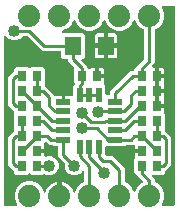
<source format=gbr>
G04 EAGLE Gerber RS-274X export*
G75*
%MOMM*%
%FSLAX34Y34*%
%LPD*%
%INTop Copper*%
%IPPOS*%
%AMOC8*
5,1,8,0,0,1.08239X$1,22.5*%
G01*
%ADD10R,0.700000X0.900000*%
%ADD11R,1.400000X1.600000*%
%ADD12R,1.300000X0.500000*%
%ADD13R,0.500000X1.300000*%
%ADD14C,1.879600*%
%ADD15C,0.254000*%
%ADD16C,1.016000*%

G36*
X14099Y4081D02*
X14099Y4081D01*
X14213Y4091D01*
X14239Y4101D01*
X14267Y4105D01*
X14372Y4152D01*
X14479Y4193D01*
X14501Y4209D01*
X14526Y4221D01*
X14614Y4295D01*
X14705Y4364D01*
X14722Y4387D01*
X14743Y4404D01*
X14807Y4500D01*
X14876Y4592D01*
X14885Y4618D01*
X14901Y4641D01*
X14935Y4751D01*
X14976Y4858D01*
X14978Y4886D01*
X14986Y4912D01*
X14989Y5027D01*
X14999Y5141D01*
X14993Y5166D01*
X14994Y5196D01*
X14927Y5453D01*
X14923Y5469D01*
X12953Y10224D01*
X12953Y15176D01*
X14848Y19751D01*
X18349Y23252D01*
X22924Y25147D01*
X27876Y25147D01*
X32451Y23252D01*
X35952Y19751D01*
X37469Y16089D01*
X37504Y16029D01*
X37530Y15965D01*
X37576Y15907D01*
X37613Y15844D01*
X37663Y15796D01*
X37706Y15742D01*
X37766Y15699D01*
X37820Y15649D01*
X37881Y15617D01*
X37938Y15577D01*
X38007Y15552D01*
X38073Y15518D01*
X38140Y15505D01*
X38206Y15482D01*
X38279Y15478D01*
X38352Y15463D01*
X38420Y15469D01*
X38489Y15465D01*
X38561Y15481D01*
X38635Y15488D01*
X38699Y15513D01*
X38767Y15528D01*
X38831Y15563D01*
X38900Y15590D01*
X38955Y15631D01*
X39016Y15665D01*
X39068Y15717D01*
X39127Y15761D01*
X39168Y15817D01*
X39217Y15866D01*
X39246Y15921D01*
X39297Y15989D01*
X39338Y16097D01*
X39372Y16163D01*
X39736Y17283D01*
X40589Y18957D01*
X41694Y20478D01*
X43022Y21806D01*
X44543Y22911D01*
X46217Y23764D01*
X48004Y24345D01*
X48769Y24466D01*
X48769Y13716D01*
X48777Y13658D01*
X48775Y13600D01*
X48797Y13518D01*
X48809Y13435D01*
X48833Y13381D01*
X48847Y13325D01*
X48890Y13252D01*
X48925Y13175D01*
X48963Y13131D01*
X48993Y13080D01*
X49054Y13023D01*
X49109Y12958D01*
X49157Y12926D01*
X49200Y12886D01*
X49275Y12847D01*
X49345Y12801D01*
X49401Y12783D01*
X49453Y12756D01*
X49521Y12745D01*
X49616Y12715D01*
X49716Y12712D01*
X49784Y12701D01*
X51816Y12701D01*
X51874Y12709D01*
X51932Y12708D01*
X52014Y12729D01*
X52097Y12741D01*
X52151Y12765D01*
X52207Y12779D01*
X52280Y12822D01*
X52357Y12857D01*
X52402Y12895D01*
X52452Y12925D01*
X52510Y12986D01*
X52574Y13041D01*
X52606Y13089D01*
X52646Y13132D01*
X52685Y13207D01*
X52731Y13277D01*
X52749Y13333D01*
X52776Y13385D01*
X52787Y13453D01*
X52817Y13548D01*
X52820Y13648D01*
X52831Y13716D01*
X52831Y24466D01*
X53596Y24345D01*
X55383Y23764D01*
X57057Y22911D01*
X58578Y21806D01*
X59906Y20478D01*
X61011Y18957D01*
X61864Y17283D01*
X62228Y16163D01*
X62258Y16101D01*
X62279Y16035D01*
X62320Y15974D01*
X62353Y15908D01*
X62399Y15857D01*
X62438Y15799D01*
X62494Y15752D01*
X62543Y15697D01*
X62602Y15661D01*
X62655Y15616D01*
X62722Y15586D01*
X62785Y15547D01*
X62852Y15529D01*
X62915Y15501D01*
X62988Y15491D01*
X63059Y15471D01*
X63128Y15471D01*
X63197Y15462D01*
X63269Y15472D01*
X63343Y15473D01*
X63410Y15493D01*
X63478Y15502D01*
X63545Y15533D01*
X63616Y15554D01*
X63674Y15591D01*
X63737Y15620D01*
X63793Y15667D01*
X63855Y15707D01*
X63901Y15759D01*
X63953Y15804D01*
X63986Y15857D01*
X64043Y15921D01*
X64092Y16025D01*
X64131Y16089D01*
X65648Y19751D01*
X69149Y23252D01*
X71255Y24124D01*
X71256Y24125D01*
X71257Y24125D01*
X71376Y24195D01*
X71499Y24268D01*
X71500Y24269D01*
X71502Y24270D01*
X71599Y24374D01*
X71695Y24475D01*
X71695Y24476D01*
X71696Y24478D01*
X71761Y24603D01*
X71825Y24728D01*
X71825Y24729D01*
X71826Y24731D01*
X71828Y24746D01*
X71880Y25007D01*
X71877Y25037D01*
X71881Y25062D01*
X71881Y32534D01*
X71877Y32564D01*
X71880Y32593D01*
X71857Y32704D01*
X71841Y32816D01*
X71829Y32843D01*
X71824Y32872D01*
X71771Y32972D01*
X71725Y33075D01*
X71706Y33098D01*
X71693Y33124D01*
X71615Y33206D01*
X71542Y33292D01*
X71517Y33309D01*
X71497Y33330D01*
X71399Y33387D01*
X71305Y33450D01*
X71277Y33459D01*
X71252Y33474D01*
X71142Y33501D01*
X71034Y33536D01*
X71004Y33537D01*
X70976Y33544D01*
X70863Y33540D01*
X70750Y33543D01*
X70721Y33536D01*
X70692Y33535D01*
X70584Y33500D01*
X70475Y33471D01*
X70449Y33456D01*
X70421Y33447D01*
X70358Y33402D01*
X70230Y33326D01*
X70187Y33280D01*
X70148Y33252D01*
X68105Y31209D01*
X65117Y29971D01*
X61883Y29971D01*
X58895Y31209D01*
X56609Y33495D01*
X55371Y36483D01*
X55371Y39701D01*
X55359Y39787D01*
X55356Y39875D01*
X55339Y39927D01*
X55331Y39982D01*
X55296Y40062D01*
X55269Y40145D01*
X55241Y40184D01*
X55215Y40241D01*
X55119Y40355D01*
X55074Y40418D01*
X49881Y45611D01*
X49881Y53636D01*
X49873Y53694D01*
X49875Y53752D01*
X49853Y53834D01*
X49841Y53918D01*
X49818Y53971D01*
X49803Y54027D01*
X49760Y54100D01*
X49725Y54177D01*
X49687Y54222D01*
X49658Y54272D01*
X49596Y54330D01*
X49542Y54394D01*
X49493Y54426D01*
X49450Y54466D01*
X49375Y54505D01*
X49305Y54552D01*
X49249Y54569D01*
X49197Y54596D01*
X49129Y54607D01*
X49034Y54637D01*
X48934Y54640D01*
X48866Y54651D01*
X46437Y54651D01*
X45505Y55584D01*
X45435Y55636D01*
X45371Y55696D01*
X45321Y55722D01*
X45277Y55755D01*
X45196Y55786D01*
X45118Y55826D01*
X45070Y55834D01*
X45012Y55856D01*
X44864Y55868D01*
X44787Y55881D01*
X42151Y55881D01*
X40090Y57943D01*
X40043Y57978D01*
X40003Y58020D01*
X39930Y58063D01*
X39863Y58113D01*
X39808Y58134D01*
X39758Y58164D01*
X39676Y58185D01*
X39597Y58215D01*
X39539Y58219D01*
X39482Y58234D01*
X39398Y58231D01*
X39314Y58238D01*
X39256Y58227D01*
X39198Y58225D01*
X39118Y58199D01*
X39035Y58182D01*
X38983Y58155D01*
X38927Y58137D01*
X38871Y58097D01*
X38783Y58051D01*
X38710Y57983D01*
X38654Y57943D01*
X38018Y57307D01*
X37971Y57244D01*
X37917Y57189D01*
X37886Y57131D01*
X37847Y57079D01*
X37820Y57007D01*
X37783Y56938D01*
X37769Y56875D01*
X37746Y56814D01*
X37740Y56736D01*
X37723Y56660D01*
X37729Y56605D01*
X37723Y56531D01*
X37748Y56404D01*
X37755Y56326D01*
X37941Y55634D01*
X37941Y52549D01*
X32634Y52549D01*
X32576Y52541D01*
X32518Y52543D01*
X32436Y52521D01*
X32353Y52509D01*
X32299Y52486D01*
X32243Y52471D01*
X32170Y52428D01*
X32093Y52393D01*
X32049Y52355D01*
X31998Y52326D01*
X31941Y52264D01*
X31876Y52210D01*
X31844Y52161D01*
X31804Y52118D01*
X31765Y52043D01*
X31719Y51973D01*
X31701Y51917D01*
X31674Y51865D01*
X31663Y51797D01*
X31633Y51702D01*
X31630Y51602D01*
X31619Y51534D01*
X31619Y50066D01*
X31627Y50008D01*
X31626Y49950D01*
X31647Y49868D01*
X31659Y49784D01*
X31683Y49731D01*
X31697Y49675D01*
X31741Y49602D01*
X31775Y49525D01*
X31813Y49480D01*
X31843Y49430D01*
X31904Y49372D01*
X31959Y49308D01*
X32007Y49276D01*
X32050Y49236D01*
X32125Y49197D01*
X32195Y49150D01*
X32251Y49133D01*
X32303Y49106D01*
X32371Y49095D01*
X32466Y49065D01*
X32566Y49062D01*
X32634Y49051D01*
X37941Y49051D01*
X37941Y46774D01*
X37957Y46660D01*
X37967Y46546D01*
X37977Y46520D01*
X37981Y46492D01*
X38028Y46387D01*
X38069Y46280D01*
X38085Y46258D01*
X38097Y46233D01*
X38171Y46145D01*
X38240Y46054D01*
X38263Y46037D01*
X38280Y46016D01*
X38376Y45952D01*
X38468Y45883D01*
X38494Y45874D01*
X38517Y45858D01*
X38627Y45824D01*
X38734Y45783D01*
X38762Y45781D01*
X38788Y45772D01*
X38903Y45770D01*
X39017Y45760D01*
X39042Y45766D01*
X39072Y45765D01*
X39329Y45832D01*
X39345Y45836D01*
X40293Y46229D01*
X43527Y46229D01*
X46515Y44991D01*
X48801Y42705D01*
X50039Y39717D01*
X50039Y36483D01*
X48801Y33495D01*
X46515Y31209D01*
X43527Y29971D01*
X40293Y29971D01*
X37943Y30945D01*
X37941Y30945D01*
X37940Y30946D01*
X37806Y30980D01*
X37667Y31016D01*
X37666Y31016D01*
X37664Y31016D01*
X37524Y31012D01*
X37383Y31008D01*
X37382Y31007D01*
X37380Y31007D01*
X37247Y30964D01*
X37112Y30921D01*
X37111Y30920D01*
X37110Y30920D01*
X37098Y30911D01*
X36876Y30763D01*
X36857Y30739D01*
X36836Y30725D01*
X36663Y30551D01*
X27137Y30551D01*
X26118Y31571D01*
X26071Y31606D01*
X26031Y31648D01*
X25958Y31691D01*
X25891Y31741D01*
X25836Y31762D01*
X25786Y31792D01*
X25704Y31813D01*
X25625Y31843D01*
X25567Y31848D01*
X25510Y31862D01*
X25426Y31859D01*
X25342Y31866D01*
X25284Y31855D01*
X25226Y31853D01*
X25146Y31827D01*
X25063Y31810D01*
X25011Y31783D01*
X24955Y31765D01*
X24899Y31725D01*
X24811Y31679D01*
X24738Y31611D01*
X24682Y31571D01*
X23663Y30551D01*
X14137Y30551D01*
X12351Y32337D01*
X12351Y33191D01*
X12339Y33277D01*
X12336Y33365D01*
X12319Y33417D01*
X12311Y33472D01*
X12276Y33552D01*
X12249Y33635D01*
X12221Y33674D01*
X12195Y33732D01*
X12099Y33845D01*
X12054Y33908D01*
X9938Y36024D01*
X7111Y38851D01*
X7111Y62749D01*
X9354Y64991D01*
X9354Y64992D01*
X12054Y67691D01*
X12106Y67761D01*
X12166Y67825D01*
X12192Y67874D01*
X12225Y67919D01*
X12256Y68000D01*
X12296Y68078D01*
X12304Y68126D01*
X12326Y68184D01*
X12338Y68332D01*
X12351Y68409D01*
X12351Y69306D01*
X12391Y69359D01*
X12412Y69414D01*
X12442Y69464D01*
X12463Y69546D01*
X12493Y69625D01*
X12498Y69683D01*
X12512Y69740D01*
X12509Y69824D01*
X12516Y69908D01*
X12505Y69966D01*
X12503Y70024D01*
X12477Y70104D01*
X12460Y70187D01*
X12433Y70239D01*
X12415Y70295D01*
X12375Y70351D01*
X12351Y70397D01*
X12351Y82006D01*
X12391Y82059D01*
X12412Y82114D01*
X12442Y82164D01*
X12463Y82246D01*
X12493Y82325D01*
X12498Y82383D01*
X12512Y82440D01*
X12509Y82524D01*
X12516Y82608D01*
X12505Y82666D01*
X12503Y82724D01*
X12477Y82804D01*
X12460Y82887D01*
X12433Y82939D01*
X12415Y82995D01*
X12375Y83051D01*
X12351Y83097D01*
X12351Y83991D01*
X12339Y84077D01*
X12336Y84165D01*
X12319Y84217D01*
X12311Y84272D01*
X12276Y84352D01*
X12249Y84435D01*
X12221Y84474D01*
X12195Y84531D01*
X12099Y84645D01*
X12054Y84708D01*
X7111Y89651D01*
X7111Y113549D01*
X12054Y118492D01*
X12106Y118561D01*
X12166Y118625D01*
X12192Y118675D01*
X12225Y118719D01*
X12256Y118800D01*
X12296Y118878D01*
X12304Y118926D01*
X12326Y118984D01*
X12338Y119132D01*
X12351Y119209D01*
X12351Y120063D01*
X14137Y121849D01*
X23663Y121849D01*
X24682Y120829D01*
X24729Y120794D01*
X24769Y120752D01*
X24842Y120709D01*
X24909Y120659D01*
X24964Y120638D01*
X25014Y120608D01*
X25096Y120587D01*
X25175Y120557D01*
X25233Y120552D01*
X25290Y120538D01*
X25374Y120541D01*
X25458Y120534D01*
X25516Y120545D01*
X25574Y120547D01*
X25654Y120573D01*
X25737Y120590D01*
X25789Y120617D01*
X25845Y120635D01*
X25901Y120675D01*
X25989Y120721D01*
X26062Y120789D01*
X26118Y120829D01*
X27137Y121849D01*
X36663Y121849D01*
X38449Y120063D01*
X38449Y108494D01*
X38409Y108441D01*
X38388Y108386D01*
X38358Y108336D01*
X38337Y108254D01*
X38307Y108175D01*
X38302Y108117D01*
X38288Y108060D01*
X38291Y107976D01*
X38284Y107892D01*
X38295Y107834D01*
X38297Y107776D01*
X38323Y107696D01*
X38340Y107613D01*
X38367Y107561D01*
X38385Y107505D01*
X38425Y107449D01*
X38449Y107403D01*
X38449Y106509D01*
X38461Y106423D01*
X38464Y106335D01*
X38481Y106283D01*
X38489Y106228D01*
X38524Y106148D01*
X38551Y106065D01*
X38579Y106026D01*
X38605Y105969D01*
X38701Y105855D01*
X38746Y105792D01*
X46229Y98309D01*
X46229Y98256D01*
X46237Y98198D01*
X46235Y98140D01*
X46257Y98058D01*
X46269Y97974D01*
X46292Y97921D01*
X46307Y97865D01*
X46350Y97792D01*
X46385Y97715D01*
X46423Y97670D01*
X46452Y97620D01*
X46514Y97562D01*
X46568Y97498D01*
X46617Y97466D01*
X46660Y97426D01*
X46735Y97387D01*
X46805Y97340D01*
X46861Y97323D01*
X46913Y97296D01*
X46981Y97285D01*
X47076Y97255D01*
X47176Y97252D01*
X47244Y97241D01*
X52951Y97241D01*
X52951Y92434D01*
X52959Y92376D01*
X52957Y92318D01*
X52979Y92236D01*
X52991Y92153D01*
X53014Y92099D01*
X53029Y92043D01*
X53072Y91970D01*
X53107Y91893D01*
X53145Y91849D01*
X53174Y91798D01*
X53236Y91741D01*
X53290Y91676D01*
X53339Y91644D01*
X53382Y91604D01*
X53457Y91565D01*
X53527Y91519D01*
X53583Y91501D01*
X53635Y91474D01*
X53703Y91463D01*
X53798Y91433D01*
X53898Y91430D01*
X53966Y91419D01*
X54434Y91419D01*
X54492Y91427D01*
X54550Y91426D01*
X54632Y91447D01*
X54716Y91459D01*
X54769Y91483D01*
X54825Y91497D01*
X54898Y91541D01*
X54975Y91575D01*
X55020Y91613D01*
X55070Y91643D01*
X55128Y91704D01*
X55192Y91759D01*
X55224Y91807D01*
X55264Y91850D01*
X55303Y91925D01*
X55350Y91995D01*
X55367Y92051D01*
X55394Y92103D01*
X55405Y92171D01*
X55435Y92266D01*
X55438Y92366D01*
X55449Y92434D01*
X55449Y97241D01*
X61034Y97241D01*
X61373Y97150D01*
X61422Y97144D01*
X61468Y97129D01*
X61562Y97127D01*
X61655Y97116D01*
X61704Y97123D01*
X61752Y97122D01*
X61843Y97146D01*
X61936Y97161D01*
X61980Y97182D01*
X62027Y97194D01*
X62108Y97242D01*
X62193Y97282D01*
X62230Y97314D01*
X62272Y97339D01*
X62336Y97408D01*
X62407Y97470D01*
X62433Y97511D01*
X62466Y97546D01*
X62509Y97630D01*
X62560Y97709D01*
X62574Y97756D01*
X62596Y97800D01*
X62608Y97873D01*
X62640Y97982D01*
X62641Y98069D01*
X62651Y98131D01*
X62651Y105963D01*
X63471Y106782D01*
X63506Y106829D01*
X63548Y106869D01*
X63591Y106942D01*
X63641Y107009D01*
X63662Y107064D01*
X63692Y107114D01*
X63713Y107196D01*
X63743Y107275D01*
X63748Y107333D01*
X63762Y107390D01*
X63759Y107474D01*
X63766Y107558D01*
X63755Y107616D01*
X63753Y107674D01*
X63727Y107754D01*
X63710Y107837D01*
X63683Y107889D01*
X63665Y107945D01*
X63625Y108001D01*
X63579Y108089D01*
X63511Y108162D01*
X63471Y108218D01*
X63151Y108537D01*
X63151Y120105D01*
X63193Y120161D01*
X63214Y120216D01*
X63244Y120266D01*
X63265Y120348D01*
X63295Y120427D01*
X63299Y120485D01*
X63314Y120542D01*
X63311Y120626D01*
X63318Y120710D01*
X63307Y120768D01*
X63305Y120826D01*
X63279Y120906D01*
X63262Y120989D01*
X63235Y121041D01*
X63217Y121096D01*
X63177Y121153D01*
X63131Y121241D01*
X63063Y121314D01*
X63023Y121370D01*
X57881Y126511D01*
X57881Y127636D01*
X57873Y127694D01*
X57875Y127752D01*
X57853Y127834D01*
X57841Y127918D01*
X57818Y127971D01*
X57803Y128027D01*
X57760Y128100D01*
X57725Y128177D01*
X57687Y128222D01*
X57658Y128272D01*
X57596Y128330D01*
X57542Y128394D01*
X57493Y128426D01*
X57450Y128466D01*
X57375Y128505D01*
X57305Y128552D01*
X57249Y128569D01*
X57197Y128596D01*
X57129Y128607D01*
X57034Y128637D01*
X56934Y128640D01*
X56866Y128651D01*
X53937Y128651D01*
X52151Y130437D01*
X52151Y134366D01*
X52143Y134424D01*
X52145Y134482D01*
X52123Y134564D01*
X52111Y134648D01*
X52088Y134701D01*
X52073Y134757D01*
X52030Y134830D01*
X51995Y134907D01*
X51957Y134952D01*
X51928Y135002D01*
X51866Y135060D01*
X51812Y135124D01*
X51763Y135156D01*
X51720Y135196D01*
X51645Y135235D01*
X51575Y135282D01*
X51519Y135299D01*
X51467Y135326D01*
X51399Y135337D01*
X51304Y135367D01*
X51204Y135370D01*
X51136Y135381D01*
X36311Y135381D01*
X23908Y147784D01*
X23839Y147836D01*
X23775Y147896D01*
X23725Y147922D01*
X23681Y147955D01*
X23600Y147986D01*
X23522Y148026D01*
X23474Y148034D01*
X23416Y148056D01*
X23268Y148068D01*
X23191Y148081D01*
X20298Y148081D01*
X20211Y148069D01*
X20123Y148066D01*
X20071Y148049D01*
X20016Y148041D01*
X19936Y148006D01*
X19853Y147979D01*
X19814Y147951D01*
X19757Y147925D01*
X19643Y147829D01*
X19580Y147784D01*
X17305Y145509D01*
X14317Y144271D01*
X11083Y144271D01*
X8095Y145509D01*
X5798Y147806D01*
X5774Y147824D01*
X5755Y147846D01*
X5661Y147909D01*
X5571Y147977D01*
X5543Y147988D01*
X5519Y148004D01*
X5411Y148038D01*
X5305Y148078D01*
X5276Y148081D01*
X5248Y148090D01*
X5134Y148093D01*
X5022Y148102D01*
X4993Y148096D01*
X4964Y148097D01*
X4854Y148068D01*
X4743Y148046D01*
X4717Y148033D01*
X4689Y148025D01*
X4591Y147967D01*
X4491Y147915D01*
X4469Y147895D01*
X4444Y147880D01*
X4367Y147797D01*
X4285Y147719D01*
X4270Y147694D01*
X4250Y147673D01*
X4198Y147572D01*
X4141Y147474D01*
X4134Y147446D01*
X4120Y147420D01*
X4107Y147342D01*
X4071Y147199D01*
X4073Y147136D01*
X4065Y147088D01*
X4065Y5080D01*
X4073Y5022D01*
X4071Y4964D01*
X4093Y4882D01*
X4105Y4798D01*
X4128Y4745D01*
X4143Y4689D01*
X4186Y4616D01*
X4221Y4539D01*
X4259Y4494D01*
X4288Y4444D01*
X4350Y4386D01*
X4404Y4322D01*
X4453Y4290D01*
X4496Y4250D01*
X4571Y4211D01*
X4641Y4164D01*
X4697Y4147D01*
X4749Y4120D01*
X4817Y4109D01*
X4912Y4079D01*
X5012Y4076D01*
X5080Y4065D01*
X13985Y4065D01*
X14099Y4081D01*
G37*
G36*
X92924Y97757D02*
X92924Y97757D01*
X92982Y97755D01*
X93064Y97777D01*
X93148Y97789D01*
X93201Y97812D01*
X93257Y97827D01*
X93330Y97870D01*
X93407Y97905D01*
X93452Y97943D01*
X93502Y97972D01*
X93560Y98034D01*
X93624Y98088D01*
X93656Y98137D01*
X93696Y98180D01*
X93735Y98255D01*
X93782Y98325D01*
X93799Y98381D01*
X93826Y98433D01*
X93837Y98501D01*
X93867Y98596D01*
X93870Y98696D01*
X93881Y98764D01*
X93881Y101259D01*
X111241Y118619D01*
X112936Y118619D01*
X112994Y118627D01*
X113052Y118625D01*
X113134Y118647D01*
X113218Y118659D01*
X113271Y118682D01*
X113327Y118697D01*
X113400Y118740D01*
X113477Y118775D01*
X113522Y118813D01*
X113572Y118842D01*
X113630Y118904D01*
X113694Y118958D01*
X113726Y119007D01*
X113766Y119050D01*
X113805Y119125D01*
X113852Y119195D01*
X113869Y119251D01*
X113896Y119303D01*
X113907Y119371D01*
X113937Y119466D01*
X113940Y119566D01*
X113951Y119634D01*
X113951Y120063D01*
X116025Y122136D01*
X116038Y122146D01*
X122384Y128492D01*
X122436Y128561D01*
X122496Y128625D01*
X122522Y128675D01*
X122555Y128719D01*
X122586Y128800D01*
X122626Y128878D01*
X122634Y128926D01*
X122656Y128984D01*
X122668Y129132D01*
X122681Y129209D01*
X122681Y152738D01*
X122681Y152740D01*
X122681Y152741D01*
X122661Y152881D01*
X122641Y153020D01*
X122641Y153021D01*
X122641Y153023D01*
X122584Y153149D01*
X122525Y153279D01*
X122524Y153280D01*
X122523Y153282D01*
X122432Y153389D01*
X122342Y153496D01*
X122340Y153497D01*
X122339Y153498D01*
X122326Y153506D01*
X122105Y153654D01*
X122076Y153663D01*
X122055Y153676D01*
X119949Y154548D01*
X116448Y158049D01*
X115238Y160971D01*
X115223Y160996D01*
X115214Y161024D01*
X115151Y161119D01*
X115093Y161216D01*
X115072Y161236D01*
X115056Y161261D01*
X114969Y161333D01*
X114887Y161411D01*
X114861Y161425D01*
X114838Y161443D01*
X114735Y161489D01*
X114634Y161541D01*
X114605Y161547D01*
X114578Y161559D01*
X114466Y161575D01*
X114355Y161596D01*
X114326Y161594D01*
X114297Y161598D01*
X114185Y161582D01*
X114072Y161572D01*
X114045Y161561D01*
X114016Y161557D01*
X113912Y161511D01*
X113807Y161470D01*
X113783Y161452D01*
X113756Y161440D01*
X113670Y161367D01*
X113580Y161298D01*
X113562Y161275D01*
X113540Y161256D01*
X113498Y161189D01*
X113410Y161071D01*
X113388Y161012D01*
X113362Y160971D01*
X112152Y158049D01*
X108651Y154548D01*
X104076Y152653D01*
X99124Y152653D01*
X94549Y154548D01*
X91048Y158049D01*
X89838Y160971D01*
X89823Y160996D01*
X89814Y161024D01*
X89751Y161119D01*
X89693Y161216D01*
X89672Y161236D01*
X89656Y161261D01*
X89569Y161333D01*
X89487Y161411D01*
X89461Y161425D01*
X89438Y161443D01*
X89335Y161489D01*
X89234Y161541D01*
X89205Y161547D01*
X89178Y161559D01*
X89066Y161575D01*
X88955Y161596D01*
X88926Y161594D01*
X88897Y161598D01*
X88785Y161582D01*
X88672Y161572D01*
X88645Y161561D01*
X88616Y161557D01*
X88512Y161511D01*
X88407Y161470D01*
X88383Y161452D01*
X88356Y161440D01*
X88270Y161367D01*
X88180Y161298D01*
X88162Y161275D01*
X88140Y161256D01*
X88098Y161189D01*
X88010Y161071D01*
X87988Y161012D01*
X87962Y160971D01*
X86752Y158049D01*
X83251Y154548D01*
X78676Y152653D01*
X73724Y152653D01*
X69149Y154548D01*
X65648Y158049D01*
X64438Y160971D01*
X64423Y160996D01*
X64414Y161024D01*
X64351Y161119D01*
X64293Y161216D01*
X64272Y161236D01*
X64256Y161261D01*
X64169Y161333D01*
X64087Y161411D01*
X64061Y161425D01*
X64038Y161443D01*
X63935Y161489D01*
X63834Y161541D01*
X63805Y161547D01*
X63778Y161559D01*
X63666Y161575D01*
X63555Y161596D01*
X63526Y161594D01*
X63497Y161598D01*
X63385Y161582D01*
X63272Y161572D01*
X63245Y161561D01*
X63216Y161557D01*
X63112Y161511D01*
X63007Y161470D01*
X62983Y161452D01*
X62956Y161440D01*
X62870Y161367D01*
X62780Y161298D01*
X62762Y161275D01*
X62740Y161256D01*
X62698Y161189D01*
X62610Y161071D01*
X62588Y161012D01*
X62562Y160971D01*
X61352Y158049D01*
X57851Y154548D01*
X53393Y152702D01*
X53319Y152658D01*
X53241Y152623D01*
X53197Y152586D01*
X53148Y152557D01*
X53090Y152495D01*
X53024Y152439D01*
X52992Y152392D01*
X52953Y152351D01*
X52914Y152274D01*
X52866Y152203D01*
X52849Y152149D01*
X52823Y152098D01*
X52806Y152014D01*
X52781Y151932D01*
X52779Y151875D01*
X52768Y151819D01*
X52775Y151734D01*
X52773Y151648D01*
X52788Y151593D01*
X52793Y151536D01*
X52823Y151456D01*
X52845Y151373D01*
X52874Y151324D01*
X52895Y151271D01*
X52946Y151202D01*
X52990Y151128D01*
X53032Y151089D01*
X53066Y151044D01*
X53135Y150992D01*
X53198Y150934D01*
X53248Y150908D01*
X53294Y150874D01*
X53374Y150843D01*
X53451Y150804D01*
X53500Y150796D01*
X53560Y150773D01*
X53704Y150762D01*
X53782Y150749D01*
X70463Y150749D01*
X72249Y148963D01*
X72249Y130437D01*
X70463Y128651D01*
X70407Y128651D01*
X70378Y128647D01*
X70349Y128650D01*
X70238Y128627D01*
X70126Y128611D01*
X70099Y128599D01*
X70070Y128594D01*
X69970Y128541D01*
X69866Y128495D01*
X69844Y128476D01*
X69818Y128463D01*
X69736Y128385D01*
X69649Y128312D01*
X69633Y128287D01*
X69612Y128267D01*
X69555Y128169D01*
X69492Y128075D01*
X69483Y128047D01*
X69468Y128022D01*
X69440Y127912D01*
X69406Y127804D01*
X69405Y127774D01*
X69398Y127746D01*
X69402Y127633D01*
X69399Y127520D01*
X69406Y127491D01*
X69407Y127462D01*
X69442Y127354D01*
X69471Y127245D01*
X69486Y127219D01*
X69495Y127191D01*
X69540Y127127D01*
X69616Y127000D01*
X69661Y126957D01*
X69689Y126918D01*
X71192Y125416D01*
X74033Y122575D01*
X74034Y122539D01*
X74051Y122487D01*
X74059Y122432D01*
X74094Y122352D01*
X74121Y122269D01*
X74149Y122230D01*
X74175Y122172D01*
X74271Y122059D01*
X74316Y121995D01*
X75841Y120470D01*
X75888Y120435D01*
X75928Y120393D01*
X76001Y120350D01*
X76069Y120299D01*
X76123Y120279D01*
X76174Y120249D01*
X76255Y120228D01*
X76334Y120198D01*
X76393Y120193D01*
X76449Y120179D01*
X76533Y120182D01*
X76617Y120175D01*
X76675Y120186D01*
X76733Y120188D01*
X76813Y120214D01*
X76896Y120230D01*
X76948Y120257D01*
X77004Y120275D01*
X77060Y120315D01*
X77149Y120361D01*
X77221Y120430D01*
X77277Y120470D01*
X77640Y120833D01*
X78219Y121168D01*
X78866Y121341D01*
X80951Y121341D01*
X80951Y115034D01*
X80959Y114976D01*
X80957Y114918D01*
X80979Y114836D01*
X80991Y114753D01*
X81014Y114699D01*
X81029Y114643D01*
X81072Y114570D01*
X81107Y114493D01*
X81145Y114449D01*
X81174Y114398D01*
X81236Y114341D01*
X81290Y114276D01*
X81339Y114244D01*
X81382Y114204D01*
X81457Y114165D01*
X81527Y114119D01*
X81583Y114101D01*
X81635Y114074D01*
X81703Y114063D01*
X81798Y114033D01*
X81898Y114030D01*
X81966Y114019D01*
X82419Y114019D01*
X82419Y113566D01*
X82427Y113508D01*
X82426Y113450D01*
X82447Y113368D01*
X82459Y113284D01*
X82483Y113231D01*
X82497Y113175D01*
X82541Y113102D01*
X82575Y113025D01*
X82613Y112980D01*
X82643Y112930D01*
X82704Y112872D01*
X82759Y112808D01*
X82807Y112776D01*
X82850Y112736D01*
X82925Y112697D01*
X82995Y112650D01*
X83051Y112633D01*
X83103Y112606D01*
X83171Y112595D01*
X83266Y112565D01*
X83366Y112562D01*
X83434Y112551D01*
X88741Y112551D01*
X88741Y109466D01*
X88568Y108819D01*
X88344Y108432D01*
X88318Y108369D01*
X88284Y108310D01*
X88266Y108238D01*
X88238Y108168D01*
X88231Y108100D01*
X88214Y108034D01*
X88216Y107960D01*
X88209Y107885D01*
X88221Y107818D01*
X88223Y107750D01*
X88246Y107679D01*
X88259Y107606D01*
X88289Y107545D01*
X88310Y107480D01*
X88347Y107429D01*
X88385Y107351D01*
X88462Y107267D01*
X88505Y107206D01*
X89749Y105963D01*
X89749Y98764D01*
X89757Y98706D01*
X89755Y98648D01*
X89777Y98566D01*
X89789Y98482D01*
X89812Y98429D01*
X89827Y98373D01*
X89870Y98300D01*
X89905Y98223D01*
X89943Y98178D01*
X89972Y98128D01*
X90034Y98070D01*
X90088Y98006D01*
X90137Y97974D01*
X90180Y97934D01*
X90255Y97895D01*
X90325Y97848D01*
X90381Y97831D01*
X90433Y97804D01*
X90501Y97793D01*
X90596Y97763D01*
X90696Y97760D01*
X90764Y97749D01*
X92866Y97749D01*
X92924Y97757D01*
G37*
G36*
X147378Y4073D02*
X147378Y4073D01*
X147436Y4071D01*
X147518Y4093D01*
X147602Y4105D01*
X147655Y4128D01*
X147711Y4143D01*
X147784Y4186D01*
X147861Y4221D01*
X147906Y4259D01*
X147956Y4288D01*
X148014Y4350D01*
X148078Y4404D01*
X148110Y4453D01*
X148150Y4496D01*
X148189Y4571D01*
X148236Y4641D01*
X148253Y4697D01*
X148280Y4749D01*
X148291Y4817D01*
X148321Y4912D01*
X148324Y5012D01*
X148335Y5080D01*
X148335Y172720D01*
X148327Y172778D01*
X148329Y172836D01*
X148307Y172918D01*
X148295Y173002D01*
X148272Y173055D01*
X148257Y173111D01*
X148214Y173184D01*
X148179Y173261D01*
X148141Y173306D01*
X148112Y173356D01*
X148050Y173414D01*
X147996Y173478D01*
X147947Y173510D01*
X147904Y173550D01*
X147829Y173589D01*
X147759Y173636D01*
X147703Y173653D01*
X147651Y173680D01*
X147583Y173691D01*
X147488Y173721D01*
X147388Y173724D01*
X147320Y173735D01*
X138415Y173735D01*
X138301Y173719D01*
X138187Y173709D01*
X138161Y173699D01*
X138133Y173695D01*
X138028Y173648D01*
X137921Y173607D01*
X137899Y173591D01*
X137874Y173579D01*
X137786Y173505D01*
X137695Y173436D01*
X137678Y173413D01*
X137657Y173396D01*
X137593Y173300D01*
X137524Y173208D01*
X137515Y173182D01*
X137499Y173159D01*
X137465Y173049D01*
X137424Y172942D01*
X137422Y172914D01*
X137414Y172888D01*
X137411Y172773D01*
X137401Y172659D01*
X137407Y172634D01*
X137406Y172604D01*
X137473Y172347D01*
X137477Y172331D01*
X139447Y167576D01*
X139447Y162624D01*
X137552Y158049D01*
X134051Y154548D01*
X131945Y153676D01*
X131944Y153675D01*
X131943Y153675D01*
X131824Y153605D01*
X131701Y153532D01*
X131700Y153531D01*
X131698Y153530D01*
X131601Y153426D01*
X131505Y153325D01*
X131505Y153324D01*
X131504Y153322D01*
X131436Y153190D01*
X131375Y153072D01*
X131375Y153071D01*
X131374Y153069D01*
X131372Y153054D01*
X131320Y152793D01*
X131323Y152763D01*
X131319Y152738D01*
X131319Y125211D01*
X129181Y123074D01*
X129164Y123050D01*
X129141Y123031D01*
X129079Y122937D01*
X129011Y122847D01*
X129000Y122819D01*
X128984Y122795D01*
X128950Y122687D01*
X128909Y122581D01*
X128907Y122552D01*
X128898Y122524D01*
X128895Y122410D01*
X128886Y122298D01*
X128892Y122269D01*
X128891Y122240D01*
X128919Y122130D01*
X128942Y122019D01*
X128955Y121993D01*
X128963Y121965D01*
X129020Y121867D01*
X129073Y121767D01*
X129093Y121745D01*
X129108Y121720D01*
X129190Y121643D01*
X129268Y121561D01*
X129294Y121546D01*
X129315Y121526D01*
X129416Y121474D01*
X129514Y121417D01*
X129542Y121410D01*
X129568Y121396D01*
X129646Y121383D01*
X129789Y121347D01*
X129852Y121349D01*
X129899Y121341D01*
X131751Y121341D01*
X131751Y115034D01*
X131759Y114976D01*
X131757Y114918D01*
X131779Y114836D01*
X131791Y114753D01*
X131814Y114699D01*
X131829Y114643D01*
X131872Y114570D01*
X131907Y114493D01*
X131945Y114449D01*
X131974Y114398D01*
X132036Y114341D01*
X132073Y114297D01*
X132072Y114296D01*
X132008Y114241D01*
X131976Y114193D01*
X131936Y114150D01*
X131897Y114075D01*
X131850Y114005D01*
X131833Y113949D01*
X131806Y113897D01*
X131795Y113829D01*
X131765Y113734D01*
X131762Y113634D01*
X131751Y113566D01*
X131751Y102334D01*
X131759Y102276D01*
X131757Y102218D01*
X131779Y102136D01*
X131791Y102053D01*
X131814Y101999D01*
X131829Y101943D01*
X131872Y101870D01*
X131907Y101793D01*
X131945Y101749D01*
X131974Y101698D01*
X132036Y101641D01*
X132073Y101597D01*
X132072Y101596D01*
X132008Y101541D01*
X131976Y101493D01*
X131936Y101450D01*
X131897Y101375D01*
X131850Y101305D01*
X131833Y101249D01*
X131806Y101197D01*
X131795Y101129D01*
X131765Y101034D01*
X131762Y100934D01*
X131751Y100866D01*
X131751Y89634D01*
X131759Y89576D01*
X131757Y89518D01*
X131779Y89436D01*
X131791Y89353D01*
X131814Y89299D01*
X131829Y89243D01*
X131872Y89170D01*
X131907Y89093D01*
X131945Y89049D01*
X131974Y88998D01*
X132036Y88941D01*
X132090Y88876D01*
X132139Y88844D01*
X132182Y88804D01*
X132257Y88765D01*
X132327Y88719D01*
X132383Y88701D01*
X132435Y88674D01*
X132503Y88663D01*
X132598Y88633D01*
X132698Y88630D01*
X132766Y88619D01*
X133219Y88619D01*
X133219Y88166D01*
X133227Y88108D01*
X133226Y88050D01*
X133247Y87968D01*
X133259Y87884D01*
X133283Y87831D01*
X133297Y87775D01*
X133341Y87702D01*
X133375Y87625D01*
X133413Y87580D01*
X133443Y87530D01*
X133504Y87472D01*
X133559Y87408D01*
X133607Y87376D01*
X133650Y87336D01*
X133725Y87297D01*
X133795Y87250D01*
X133851Y87233D01*
X133903Y87206D01*
X133971Y87195D01*
X134066Y87165D01*
X134166Y87162D01*
X134234Y87151D01*
X139541Y87151D01*
X139541Y84066D01*
X139355Y83374D01*
X139346Y83297D01*
X139327Y83221D01*
X139329Y83156D01*
X139321Y83092D01*
X139333Y83015D01*
X139336Y82937D01*
X139356Y82875D01*
X139366Y82811D01*
X139399Y82741D01*
X139423Y82667D01*
X139456Y82621D01*
X139487Y82554D01*
X139573Y82457D01*
X139618Y82393D01*
X140049Y81963D01*
X140049Y70394D01*
X140009Y70341D01*
X139988Y70286D01*
X139958Y70236D01*
X139937Y70154D01*
X139907Y70075D01*
X139902Y70017D01*
X139888Y69960D01*
X139891Y69876D01*
X139884Y69792D01*
X139895Y69734D01*
X139897Y69676D01*
X139923Y69596D01*
X139940Y69513D01*
X139967Y69461D01*
X139985Y69405D01*
X140025Y69349D01*
X140049Y69303D01*
X140049Y68409D01*
X140061Y68323D01*
X140064Y68235D01*
X140081Y68183D01*
X140089Y68128D01*
X140124Y68048D01*
X140151Y67965D01*
X140179Y67926D01*
X140205Y67869D01*
X140301Y67755D01*
X140346Y67692D01*
X145289Y62749D01*
X145289Y38851D01*
X140346Y33908D01*
X140294Y33839D01*
X140234Y33775D01*
X140208Y33725D01*
X140175Y33681D01*
X140144Y33600D01*
X140104Y33522D01*
X140096Y33474D01*
X140074Y33416D01*
X140062Y33268D01*
X140049Y33191D01*
X140049Y32337D01*
X138263Y30551D01*
X130407Y30551D01*
X130378Y30547D01*
X130349Y30550D01*
X130238Y30527D01*
X130126Y30511D01*
X130099Y30499D01*
X130070Y30494D01*
X129970Y30441D01*
X129866Y30395D01*
X129844Y30376D01*
X129818Y30363D01*
X129736Y30285D01*
X129649Y30212D01*
X129633Y30187D01*
X129612Y30167D01*
X129555Y30069D01*
X129492Y29975D01*
X129483Y29947D01*
X129468Y29922D01*
X129440Y29812D01*
X129406Y29704D01*
X129405Y29674D01*
X129398Y29646D01*
X129402Y29533D01*
X129399Y29420D01*
X129406Y29391D01*
X129407Y29362D01*
X129442Y29254D01*
X129471Y29145D01*
X129486Y29119D01*
X129495Y29091D01*
X129540Y29028D01*
X129616Y28900D01*
X129661Y28857D01*
X129689Y28818D01*
X131319Y27189D01*
X131319Y25062D01*
X131319Y25060D01*
X131319Y25059D01*
X131339Y24919D01*
X131359Y24780D01*
X131359Y24779D01*
X131359Y24777D01*
X131416Y24651D01*
X131475Y24521D01*
X131476Y24520D01*
X131477Y24518D01*
X131569Y24410D01*
X131658Y24304D01*
X131660Y24303D01*
X131661Y24302D01*
X131674Y24294D01*
X131895Y24146D01*
X131924Y24137D01*
X131945Y24124D01*
X134051Y23252D01*
X137552Y19751D01*
X139447Y15176D01*
X139447Y10224D01*
X137477Y5469D01*
X137448Y5357D01*
X137414Y5248D01*
X137413Y5220D01*
X137406Y5193D01*
X137409Y5079D01*
X137406Y4964D01*
X137413Y4937D01*
X137414Y4909D01*
X137449Y4800D01*
X137478Y4689D01*
X137492Y4665D01*
X137501Y4638D01*
X137565Y4543D01*
X137623Y4444D01*
X137644Y4425D01*
X137659Y4402D01*
X137747Y4328D01*
X137831Y4250D01*
X137855Y4237D01*
X137877Y4219D01*
X137981Y4173D01*
X138084Y4120D01*
X138108Y4116D01*
X138136Y4104D01*
X138400Y4067D01*
X138415Y4065D01*
X147320Y4065D01*
X147378Y4073D01*
G37*
G36*
X114415Y16218D02*
X114415Y16218D01*
X114528Y16228D01*
X114555Y16239D01*
X114584Y16243D01*
X114688Y16289D01*
X114793Y16330D01*
X114817Y16348D01*
X114844Y16360D01*
X114930Y16433D01*
X115020Y16502D01*
X115038Y16525D01*
X115060Y16544D01*
X115102Y16611D01*
X115190Y16729D01*
X115212Y16788D01*
X115238Y16829D01*
X116448Y19751D01*
X119949Y23252D01*
X120731Y23576D01*
X120831Y23634D01*
X120932Y23687D01*
X120952Y23706D01*
X120976Y23720D01*
X121055Y23804D01*
X121138Y23883D01*
X121152Y23907D01*
X121171Y23927D01*
X121224Y24029D01*
X121282Y24128D01*
X121289Y24155D01*
X121302Y24180D01*
X121324Y24293D01*
X121352Y24404D01*
X121351Y24431D01*
X121357Y24459D01*
X121347Y24573D01*
X121343Y24688D01*
X121335Y24714D01*
X121332Y24742D01*
X121291Y24849D01*
X121256Y24958D01*
X121241Y24978D01*
X121230Y25007D01*
X121070Y25219D01*
X121061Y25232D01*
X116039Y30254D01*
X116022Y30266D01*
X113951Y32337D01*
X113951Y43863D01*
X114382Y44293D01*
X114429Y44356D01*
X114483Y44411D01*
X114514Y44469D01*
X114553Y44521D01*
X114580Y44593D01*
X114617Y44662D01*
X114631Y44725D01*
X114654Y44786D01*
X114660Y44864D01*
X114677Y44940D01*
X114671Y44995D01*
X114677Y45069D01*
X114652Y45196D01*
X114645Y45274D01*
X114459Y45966D01*
X114459Y49051D01*
X119766Y49051D01*
X119824Y49059D01*
X119882Y49057D01*
X119964Y49079D01*
X120047Y49091D01*
X120101Y49114D01*
X120157Y49129D01*
X120230Y49172D01*
X120307Y49207D01*
X120351Y49245D01*
X120402Y49274D01*
X120459Y49336D01*
X120524Y49390D01*
X120556Y49439D01*
X120596Y49482D01*
X120635Y49557D01*
X120681Y49627D01*
X120699Y49683D01*
X120726Y49735D01*
X120737Y49803D01*
X120767Y49898D01*
X120770Y49998D01*
X120781Y50066D01*
X120781Y51534D01*
X120773Y51592D01*
X120774Y51650D01*
X120753Y51732D01*
X120741Y51816D01*
X120717Y51869D01*
X120703Y51925D01*
X120659Y51998D01*
X120625Y52075D01*
X120587Y52120D01*
X120557Y52170D01*
X120496Y52228D01*
X120441Y52292D01*
X120393Y52324D01*
X120350Y52364D01*
X120275Y52403D01*
X120205Y52450D01*
X120149Y52467D01*
X120097Y52494D01*
X120029Y52505D01*
X119934Y52535D01*
X119834Y52538D01*
X119766Y52549D01*
X114459Y52549D01*
X114459Y55101D01*
X114455Y55130D01*
X114458Y55159D01*
X114435Y55270D01*
X114419Y55382D01*
X114407Y55409D01*
X114402Y55438D01*
X114349Y55538D01*
X114303Y55642D01*
X114284Y55664D01*
X114271Y55690D01*
X114193Y55772D01*
X114120Y55859D01*
X114095Y55875D01*
X114075Y55896D01*
X113977Y55953D01*
X113883Y56016D01*
X113855Y56025D01*
X113830Y56040D01*
X113720Y56068D01*
X113612Y56102D01*
X113583Y56103D01*
X113554Y56110D01*
X113441Y56106D01*
X113328Y56109D01*
X113299Y56102D01*
X113270Y56101D01*
X113162Y56066D01*
X113053Y56037D01*
X113027Y56022D01*
X112999Y56013D01*
X112936Y55968D01*
X112808Y55892D01*
X112798Y55881D01*
X107613Y55881D01*
X107527Y55869D01*
X107439Y55866D01*
X107387Y55849D01*
X107332Y55841D01*
X107252Y55806D01*
X107169Y55779D01*
X107130Y55751D01*
X107072Y55725D01*
X106959Y55629D01*
X106895Y55584D01*
X105963Y54651D01*
X90764Y54651D01*
X90706Y54643D01*
X90648Y54645D01*
X90566Y54623D01*
X90482Y54611D01*
X90429Y54588D01*
X90373Y54573D01*
X90300Y54530D01*
X90223Y54495D01*
X90178Y54457D01*
X90128Y54428D01*
X90070Y54366D01*
X90006Y54312D01*
X89974Y54263D01*
X89934Y54220D01*
X89895Y54145D01*
X89848Y54075D01*
X89831Y54019D01*
X89804Y53967D01*
X89793Y53899D01*
X89763Y53804D01*
X89760Y53704D01*
X89749Y53636D01*
X89749Y47244D01*
X89757Y47186D01*
X89755Y47128D01*
X89777Y47046D01*
X89789Y46962D01*
X89812Y46909D01*
X89827Y46853D01*
X89870Y46780D01*
X89905Y46703D01*
X89943Y46658D01*
X89972Y46608D01*
X90034Y46550D01*
X90088Y46486D01*
X90137Y46454D01*
X90180Y46414D01*
X90255Y46375D01*
X90325Y46328D01*
X90381Y46311D01*
X90433Y46284D01*
X90501Y46273D01*
X90596Y46243D01*
X90696Y46240D01*
X90764Y46229D01*
X95769Y46229D01*
X105919Y36079D01*
X105919Y25062D01*
X105919Y25060D01*
X105919Y25059D01*
X105939Y24919D01*
X105959Y24780D01*
X105959Y24779D01*
X105959Y24777D01*
X106016Y24651D01*
X106075Y24521D01*
X106076Y24520D01*
X106077Y24518D01*
X106169Y24410D01*
X106258Y24304D01*
X106260Y24303D01*
X106261Y24302D01*
X106274Y24294D01*
X106495Y24146D01*
X106524Y24137D01*
X106545Y24124D01*
X108651Y23252D01*
X112152Y19751D01*
X113362Y16829D01*
X113377Y16804D01*
X113386Y16776D01*
X113449Y16681D01*
X113507Y16584D01*
X113528Y16564D01*
X113544Y16539D01*
X113631Y16467D01*
X113713Y16389D01*
X113739Y16375D01*
X113762Y16357D01*
X113865Y16311D01*
X113966Y16259D01*
X113995Y16253D01*
X114022Y16241D01*
X114134Y16225D01*
X114245Y16204D01*
X114274Y16206D01*
X114303Y16202D01*
X114415Y16218D01*
G37*
%LPC*%
G36*
X92231Y141731D02*
X92231Y141731D01*
X92231Y150241D01*
X97534Y150241D01*
X98181Y150068D01*
X98760Y149733D01*
X99233Y149260D01*
X99568Y148681D01*
X99741Y148034D01*
X99741Y141731D01*
X92231Y141731D01*
G37*
%LPD*%
%LPC*%
G36*
X92231Y129159D02*
X92231Y129159D01*
X92231Y137669D01*
X99741Y137669D01*
X99741Y131366D01*
X99568Y130719D01*
X99233Y130140D01*
X98760Y129667D01*
X98181Y129332D01*
X97534Y129159D01*
X92231Y129159D01*
G37*
%LPD*%
%LPC*%
G36*
X80659Y141731D02*
X80659Y141731D01*
X80659Y148034D01*
X80832Y148681D01*
X81167Y149260D01*
X81640Y149733D01*
X82219Y150068D01*
X82866Y150241D01*
X88169Y150241D01*
X88169Y141731D01*
X80659Y141731D01*
G37*
%LPD*%
%LPC*%
G36*
X82866Y129159D02*
X82866Y129159D01*
X82219Y129332D01*
X81640Y129667D01*
X81167Y130140D01*
X80832Y130719D01*
X80659Y131366D01*
X80659Y137669D01*
X88169Y137669D01*
X88169Y129159D01*
X82866Y129159D01*
G37*
%LPD*%
%LPC*%
G36*
X135249Y103349D02*
X135249Y103349D01*
X135249Y112551D01*
X139541Y112551D01*
X139541Y109466D01*
X139368Y108819D01*
X139159Y108458D01*
X139130Y108385D01*
X139092Y108318D01*
X139077Y108254D01*
X139052Y108194D01*
X139045Y108116D01*
X139027Y108041D01*
X139030Y107976D01*
X139023Y107911D01*
X139037Y107834D01*
X139041Y107757D01*
X139061Y107705D01*
X139074Y107631D01*
X139132Y107515D01*
X139159Y107442D01*
X139368Y107081D01*
X139541Y106434D01*
X139541Y103349D01*
X135249Y103349D01*
G37*
%LPD*%
%LPC*%
G36*
X135249Y90649D02*
X135249Y90649D01*
X135249Y99851D01*
X139541Y99851D01*
X139541Y96766D01*
X139368Y96119D01*
X139159Y95758D01*
X139130Y95685D01*
X139092Y95618D01*
X139077Y95554D01*
X139052Y95494D01*
X139045Y95416D01*
X139027Y95341D01*
X139030Y95276D01*
X139023Y95211D01*
X139037Y95134D01*
X139041Y95057D01*
X139061Y95005D01*
X139074Y94931D01*
X139132Y94815D01*
X139159Y94742D01*
X139368Y94381D01*
X139541Y93734D01*
X139541Y90649D01*
X135249Y90649D01*
G37*
%LPD*%
%LPC*%
G36*
X135249Y116049D02*
X135249Y116049D01*
X135249Y121341D01*
X137334Y121341D01*
X137981Y121168D01*
X138560Y120833D01*
X139033Y120360D01*
X139368Y119781D01*
X139541Y119134D01*
X139541Y116049D01*
X135249Y116049D01*
G37*
%LPD*%
%LPC*%
G36*
X84449Y116049D02*
X84449Y116049D01*
X84449Y121341D01*
X86534Y121341D01*
X87181Y121168D01*
X87760Y120833D01*
X88233Y120360D01*
X88568Y119781D01*
X88741Y119134D01*
X88741Y116049D01*
X84449Y116049D01*
G37*
%LPD*%
%LPC*%
G36*
X90199Y139699D02*
X90199Y139699D01*
X90199Y139701D01*
X90201Y139701D01*
X90201Y139699D01*
X90199Y139699D01*
G37*
%LPD*%
D10*
X69700Y114300D03*
X82700Y114300D03*
D11*
X90200Y139700D03*
X62200Y139700D03*
D10*
X31900Y114300D03*
X18900Y114300D03*
X31900Y101600D03*
X18900Y101600D03*
X31900Y88900D03*
X18900Y88900D03*
D12*
X54200Y92200D03*
X54200Y84200D03*
X54200Y76200D03*
X54200Y68200D03*
X54200Y60200D03*
D13*
X68200Y54200D03*
X76200Y54200D03*
X84200Y54200D03*
D12*
X98200Y60200D03*
X98200Y68200D03*
X98200Y76200D03*
X98200Y84200D03*
X98200Y92200D03*
D13*
X84200Y98200D03*
X76200Y98200D03*
X68200Y98200D03*
D10*
X133500Y88900D03*
X120500Y88900D03*
X133500Y101600D03*
X120500Y101600D03*
X133500Y114300D03*
X120500Y114300D03*
X31900Y38100D03*
X18900Y38100D03*
X18900Y63500D03*
X31900Y63500D03*
X31900Y50800D03*
X18900Y50800D03*
X120500Y63500D03*
X133500Y63500D03*
X120500Y38100D03*
X133500Y38100D03*
X120500Y50800D03*
X133500Y50800D03*
D14*
X25400Y12700D03*
X50800Y12700D03*
X76200Y12700D03*
X101600Y12700D03*
X127000Y12700D03*
X127000Y165100D03*
X101600Y165100D03*
X76200Y165100D03*
X50800Y165100D03*
X25400Y165100D03*
D10*
X18900Y76200D03*
X31900Y76200D03*
X120500Y76200D03*
X133500Y76200D03*
D15*
X84200Y98200D02*
X76200Y98200D01*
X68200Y98200D01*
X68200Y106300D01*
X62200Y128300D02*
X62200Y139700D01*
X62200Y128300D02*
X69700Y120800D01*
X69700Y114300D01*
X69700Y107800D01*
X68200Y106300D01*
X62200Y139700D02*
X38100Y139700D01*
X25400Y152400D02*
X12700Y152400D01*
X25400Y152400D02*
X38100Y139700D01*
D16*
X12700Y152400D03*
D15*
X98200Y84200D02*
X105790Y84200D01*
X111760Y90170D01*
X111760Y97790D01*
X115570Y101600D01*
X120500Y101600D01*
X98200Y84200D02*
X84200Y84200D01*
X83820Y83820D01*
D16*
X83820Y83820D03*
D15*
X98200Y76200D02*
X106680Y76200D01*
X119380Y88900D01*
X120500Y88900D01*
X98200Y76200D02*
X90170Y76200D01*
X88900Y74930D01*
X77470Y74930D01*
X69850Y82550D01*
D16*
X69850Y82550D03*
D15*
X54200Y84200D02*
X46610Y84200D01*
X31900Y101600D02*
X31900Y114300D01*
X41910Y88900D02*
X46610Y84200D01*
X41910Y88900D02*
X41910Y96520D01*
X36830Y101600D01*
X31900Y101600D01*
X31900Y88900D02*
X31600Y88900D01*
X18900Y101600D01*
X44600Y76200D02*
X54200Y76200D01*
X44600Y76200D02*
X31900Y88900D01*
X98200Y92200D02*
X98200Y99470D01*
X113030Y114300D01*
X120500Y114300D01*
X120500Y120500D01*
X127000Y127000D01*
X127000Y165100D01*
X54200Y68200D02*
X44830Y68200D01*
X36830Y76200D01*
X31900Y76200D01*
X18900Y38100D02*
X13970Y38100D01*
X11430Y40640D01*
X11430Y60960D01*
X13970Y63500D01*
X18900Y63500D01*
X18900Y76200D01*
X84200Y54200D02*
X84200Y45340D01*
X87630Y41910D01*
X93980Y41910D01*
X101600Y34290D01*
X101600Y12700D01*
X68200Y46100D02*
X68200Y54200D01*
X68200Y46100D02*
X76200Y38100D01*
X76200Y12700D01*
X54200Y60200D02*
X43940Y60200D01*
X40640Y63500D01*
X31900Y63500D01*
X31600Y63500D01*
X18900Y50800D01*
X54200Y47400D02*
X54200Y60200D01*
X54200Y47400D02*
X63500Y38100D01*
D16*
X63500Y38100D03*
D15*
X18900Y114300D02*
X13970Y114300D01*
X11430Y111760D01*
X11430Y91440D01*
X13970Y88900D01*
X18900Y88900D01*
X98200Y68200D02*
X106300Y68200D01*
X114300Y76200D01*
X120500Y76200D01*
X133500Y38100D02*
X138430Y38100D01*
X140970Y40640D01*
X140970Y60960D01*
X138430Y63500D01*
X133500Y63500D01*
X133500Y76200D01*
X111000Y60200D02*
X98200Y60200D01*
X111000Y60200D02*
X114300Y63500D01*
X120500Y63500D01*
X98200Y60200D02*
X92200Y60200D01*
X82550Y69850D01*
X69850Y69850D01*
X133200Y50800D02*
X133500Y50800D01*
X133200Y50800D02*
X120500Y63500D01*
D16*
X69850Y69850D03*
D15*
X120500Y38100D02*
X120500Y31900D01*
X127000Y25400D01*
X127000Y12700D01*
X41910Y38100D02*
X31900Y38100D01*
X76200Y45720D02*
X76200Y54200D01*
X88900Y33020D02*
X88900Y31750D01*
X88900Y33020D02*
X76200Y45720D01*
D16*
X88900Y31750D03*
X41910Y38100D03*
D15*
X133500Y88900D02*
X133500Y101600D01*
X133500Y114300D01*
X120500Y50800D02*
X107950Y50800D01*
D16*
X101600Y120650D03*
X139700Y152400D03*
X107950Y50800D03*
X46990Y106680D03*
M02*

</source>
